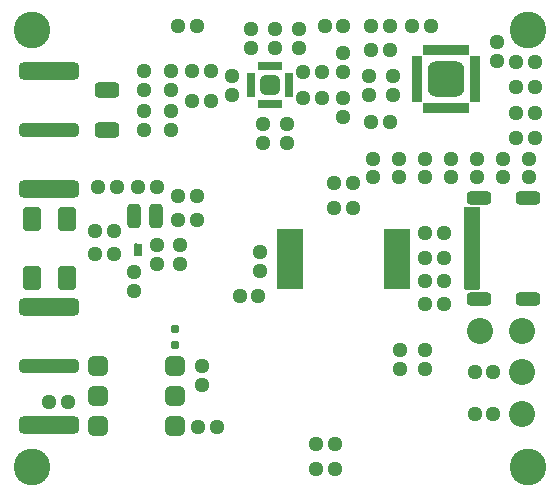
<source format=gts>
G04*
G04 #@! TF.GenerationSoftware,Altium Limited,Altium Designer,21.6.4 (81)*
G04*
G04 Layer_Color=8388736*
%FSLAX44Y44*%
%MOMM*%
G71*
G04*
G04 #@! TF.SameCoordinates,D5C97574-E224-4ECB-8EF4-D48BC8F4BA3E*
G04*
G04*
G04 #@! TF.FilePolarity,Negative*
G04*
G01*
G75*
%ADD32R,1.4000X7.0000*%
%ADD33R,0.7000X1.1000*%
%ADD34R,4.0000X0.9000*%
%ADD35R,0.9000X4.0000*%
%ADD36R,4.0000X0.9000*%
%ADD37R,0.9000X4.0000*%
%ADD38R,0.8000X2.0000*%
%ADD39R,2.0000X0.8000*%
%ADD40R,2.2000X5.2000*%
G04:AMPARAMS|DCode=41|XSize=1.304mm|YSize=0.704mm|CornerRadius=0.202mm|HoleSize=0mm|Usage=FLASHONLY|Rotation=180.000|XOffset=0mm|YOffset=0mm|HoleType=Round|Shape=RoundedRectangle|*
%AMROUNDEDRECTD41*
21,1,1.3040,0.3000,0,0,180.0*
21,1,0.9000,0.7040,0,0,180.0*
1,1,0.4040,-0.4500,0.1500*
1,1,0.4040,0.4500,0.1500*
1,1,0.4040,0.4500,-0.1500*
1,1,0.4040,-0.4500,-0.1500*
%
%ADD41ROUNDEDRECTD41*%
G04:AMPARAMS|DCode=42|XSize=1.304mm|YSize=0.404mm|CornerRadius=0.127mm|HoleSize=0mm|Usage=FLASHONLY|Rotation=180.000|XOffset=0mm|YOffset=0mm|HoleType=Round|Shape=RoundedRectangle|*
%AMROUNDEDRECTD42*
21,1,1.3040,0.1500,0,0,180.0*
21,1,1.0500,0.4040,0,0,180.0*
1,1,0.2540,-0.5250,0.0750*
1,1,0.2540,0.5250,0.0750*
1,1,0.2540,0.5250,-0.0750*
1,1,0.2540,-0.5250,-0.0750*
%
%ADD42ROUNDEDRECTD42*%
G04:AMPARAMS|DCode=43|XSize=1.102mm|YSize=1.102mm|CornerRadius=0.301mm|HoleSize=0mm|Usage=FLASHONLY|Rotation=90.000|XOffset=0mm|YOffset=0mm|HoleType=Round|Shape=RoundedRectangle|*
%AMROUNDEDRECTD43*
21,1,1.1020,0.5000,0,0,90.0*
21,1,0.5000,1.1020,0,0,90.0*
1,1,0.6020,0.2500,0.2500*
1,1,0.6020,0.2500,-0.2500*
1,1,0.6020,-0.2500,-0.2500*
1,1,0.6020,-0.2500,0.2500*
%
%ADD43ROUNDEDRECTD43*%
G04:AMPARAMS|DCode=44|XSize=0.702mm|YSize=0.702mm|CornerRadius=0.201mm|HoleSize=0mm|Usage=FLASHONLY|Rotation=270.000|XOffset=0mm|YOffset=0mm|HoleType=Round|Shape=RoundedRectangle|*
%AMROUNDEDRECTD44*
21,1,0.7020,0.3000,0,0,270.0*
21,1,0.3000,0.7020,0,0,270.0*
1,1,0.4020,-0.1500,-0.1500*
1,1,0.4020,-0.1500,0.1500*
1,1,0.4020,0.1500,0.1500*
1,1,0.4020,0.1500,-0.1500*
%
%ADD44ROUNDEDRECTD44*%
G04:AMPARAMS|DCode=45|XSize=0.302mm|YSize=0.302mm|CornerRadius=0.101mm|HoleSize=0mm|Usage=FLASHONLY|Rotation=0.000|XOffset=0mm|YOffset=0mm|HoleType=Round|Shape=RoundedRectangle|*
%AMROUNDEDRECTD45*
21,1,0.3020,0.1000,0,0,0.0*
21,1,0.1000,0.3020,0,0,0.0*
1,1,0.2020,0.0500,-0.0500*
1,1,0.2020,-0.0500,-0.0500*
1,1,0.2020,-0.0500,0.0500*
1,1,0.2020,0.0500,0.0500*
%
%ADD45ROUNDEDRECTD45*%
%ADD46C,0.3020*%
G04:AMPARAMS|DCode=47|XSize=1.702mm|YSize=1.702mm|CornerRadius=0.451mm|HoleSize=0mm|Usage=FLASHONLY|Rotation=0.000|XOffset=0mm|YOffset=0mm|HoleType=Round|Shape=RoundedRectangle|*
%AMROUNDEDRECTD47*
21,1,1.7020,0.8000,0,0,0.0*
21,1,0.8000,1.7020,0,0,0.0*
1,1,0.9020,0.4000,-0.4000*
1,1,0.9020,-0.4000,-0.4000*
1,1,0.9020,-0.4000,0.4000*
1,1,0.9020,0.4000,0.4000*
%
%ADD47ROUNDEDRECTD47*%
G04:AMPARAMS|DCode=48|XSize=1.102mm|YSize=1.102mm|CornerRadius=0.301mm|HoleSize=0mm|Usage=FLASHONLY|Rotation=0.000|XOffset=0mm|YOffset=0mm|HoleType=Round|Shape=RoundedRectangle|*
%AMROUNDEDRECTD48*
21,1,1.1020,0.5000,0,0,0.0*
21,1,0.5000,1.1020,0,0,0.0*
1,1,0.6020,0.2500,-0.2500*
1,1,0.6020,-0.2500,-0.2500*
1,1,0.6020,-0.2500,0.2500*
1,1,0.6020,0.2500,0.2500*
%
%ADD48ROUNDEDRECTD48*%
G04:AMPARAMS|DCode=49|XSize=0.702mm|YSize=0.352mm|CornerRadius=0.1135mm|HoleSize=0mm|Usage=FLASHONLY|Rotation=0.000|XOffset=0mm|YOffset=0mm|HoleType=Round|Shape=RoundedRectangle|*
%AMROUNDEDRECTD49*
21,1,0.7020,0.1250,0,0,0.0*
21,1,0.4750,0.3520,0,0,0.0*
1,1,0.2270,0.2375,-0.0625*
1,1,0.2270,-0.2375,-0.0625*
1,1,0.2270,-0.2375,0.0625*
1,1,0.2270,0.2375,0.0625*
%
%ADD49ROUNDEDRECTD49*%
G04:AMPARAMS|DCode=50|XSize=0.702mm|YSize=0.352mm|CornerRadius=0.1135mm|HoleSize=0mm|Usage=FLASHONLY|Rotation=270.000|XOffset=0mm|YOffset=0mm|HoleType=Round|Shape=RoundedRectangle|*
%AMROUNDEDRECTD50*
21,1,0.7020,0.1250,0,0,270.0*
21,1,0.4750,0.3520,0,0,270.0*
1,1,0.2270,-0.0625,-0.2375*
1,1,0.2270,-0.0625,0.2375*
1,1,0.2270,0.0625,0.2375*
1,1,0.2270,0.0625,-0.2375*
%
%ADD50ROUNDEDRECTD50*%
G04:AMPARAMS|DCode=51|XSize=3.102mm|YSize=3.102mm|CornerRadius=0.801mm|HoleSize=0mm|Usage=FLASHONLY|Rotation=90.000|XOffset=0mm|YOffset=0mm|HoleType=Round|Shape=RoundedRectangle|*
%AMROUNDEDRECTD51*
21,1,3.1020,1.5000,0,0,90.0*
21,1,1.5000,3.1020,0,0,90.0*
1,1,1.6020,0.7500,0.7500*
1,1,1.6020,0.7500,-0.7500*
1,1,1.6020,-0.7500,-0.7500*
1,1,1.6020,-0.7500,0.7500*
%
%ADD51ROUNDEDRECTD51*%
G04:AMPARAMS|DCode=52|XSize=0.702mm|YSize=0.402mm|CornerRadius=0.126mm|HoleSize=0mm|Usage=FLASHONLY|Rotation=270.000|XOffset=0mm|YOffset=0mm|HoleType=Round|Shape=RoundedRectangle|*
%AMROUNDEDRECTD52*
21,1,0.7020,0.1500,0,0,270.0*
21,1,0.4500,0.4020,0,0,270.0*
1,1,0.2520,-0.0750,-0.2250*
1,1,0.2520,-0.0750,0.2250*
1,1,0.2520,0.0750,0.2250*
1,1,0.2520,0.0750,-0.2250*
%
%ADD52ROUNDEDRECTD52*%
G04:AMPARAMS|DCode=53|XSize=0.702mm|YSize=0.402mm|CornerRadius=0.126mm|HoleSize=0mm|Usage=FLASHONLY|Rotation=180.000|XOffset=0mm|YOffset=0mm|HoleType=Round|Shape=RoundedRectangle|*
%AMROUNDEDRECTD53*
21,1,0.7020,0.1500,0,0,180.0*
21,1,0.4500,0.4020,0,0,180.0*
1,1,0.2520,-0.2250,0.0750*
1,1,0.2520,0.2250,0.0750*
1,1,0.2520,0.2250,-0.0750*
1,1,0.2520,-0.2250,-0.0750*
%
%ADD53ROUNDEDRECTD53*%
G04:AMPARAMS|DCode=54|XSize=1.302mm|YSize=2.102mm|CornerRadius=0.351mm|HoleSize=0mm|Usage=FLASHONLY|Rotation=90.000|XOffset=0mm|YOffset=0mm|HoleType=Round|Shape=RoundedRectangle|*
%AMROUNDEDRECTD54*
21,1,1.3020,1.4000,0,0,90.0*
21,1,0.6000,2.1020,0,0,90.0*
1,1,0.7020,0.7000,0.3000*
1,1,0.7020,0.7000,-0.3000*
1,1,0.7020,-0.7000,-0.3000*
1,1,0.7020,-0.7000,0.3000*
%
%ADD54ROUNDEDRECTD54*%
G04:AMPARAMS|DCode=55|XSize=2.102mm|YSize=1.602mm|CornerRadius=0.426mm|HoleSize=0mm|Usage=FLASHONLY|Rotation=270.000|XOffset=0mm|YOffset=0mm|HoleType=Round|Shape=RoundedRectangle|*
%AMROUNDEDRECTD55*
21,1,2.1020,0.7500,0,0,270.0*
21,1,1.2500,1.6020,0,0,270.0*
1,1,0.8520,-0.3750,-0.6250*
1,1,0.8520,-0.3750,0.6250*
1,1,0.8520,0.3750,0.6250*
1,1,0.8520,0.3750,-0.6250*
%
%ADD55ROUNDEDRECTD55*%
G04:AMPARAMS|DCode=56|XSize=2.102mm|YSize=1.102mm|CornerRadius=0.301mm|HoleSize=0mm|Usage=FLASHONLY|Rotation=90.000|XOffset=0mm|YOffset=0mm|HoleType=Round|Shape=RoundedRectangle|*
%AMROUNDEDRECTD56*
21,1,2.1020,0.5000,0,0,90.0*
21,1,1.5000,1.1020,0,0,90.0*
1,1,0.6020,0.2500,0.7500*
1,1,0.6020,0.2500,-0.7500*
1,1,0.6020,-0.2500,-0.7500*
1,1,0.6020,-0.2500,0.7500*
%
%ADD56ROUNDEDRECTD56*%
G04:AMPARAMS|DCode=57|XSize=5.102mm|YSize=1.502mm|CornerRadius=0.401mm|HoleSize=0mm|Usage=FLASHONLY|Rotation=0.000|XOffset=0mm|YOffset=0mm|HoleType=Round|Shape=RoundedRectangle|*
%AMROUNDEDRECTD57*
21,1,5.1020,0.7000,0,0,0.0*
21,1,4.3000,1.5020,0,0,0.0*
1,1,0.8020,2.1500,-0.3500*
1,1,0.8020,-2.1500,-0.3500*
1,1,0.8020,-2.1500,0.3500*
1,1,0.8020,2.1500,0.3500*
%
%ADD57ROUNDEDRECTD57*%
G04:AMPARAMS|DCode=58|XSize=5.102mm|YSize=1.102mm|CornerRadius=0.301mm|HoleSize=0mm|Usage=FLASHONLY|Rotation=0.000|XOffset=0mm|YOffset=0mm|HoleType=Round|Shape=RoundedRectangle|*
%AMROUNDEDRECTD58*
21,1,5.1020,0.5000,0,0,0.0*
21,1,4.5000,1.1020,0,0,0.0*
1,1,0.6020,2.2500,-0.2500*
1,1,0.6020,-2.2500,-0.2500*
1,1,0.6020,-2.2500,0.2500*
1,1,0.6020,2.2500,0.2500*
%
%ADD58ROUNDEDRECTD58*%
G04:AMPARAMS|DCode=59|XSize=2.102mm|YSize=0.502mm|CornerRadius=0.151mm|HoleSize=0mm|Usage=FLASHONLY|Rotation=180.000|XOffset=0mm|YOffset=0mm|HoleType=Round|Shape=RoundedRectangle|*
%AMROUNDEDRECTD59*
21,1,2.1020,0.2000,0,0,180.0*
21,1,1.8000,0.5020,0,0,180.0*
1,1,0.3020,-0.9000,0.1000*
1,1,0.3020,0.9000,0.1000*
1,1,0.3020,0.9000,-0.1000*
1,1,0.3020,-0.9000,-0.1000*
%
%ADD59ROUNDEDRECTD59*%
G04:AMPARAMS|DCode=60|XSize=2.104mm|YSize=1.104mm|CornerRadius=0.302mm|HoleSize=0mm|Usage=FLASHONLY|Rotation=180.000|XOffset=0mm|YOffset=0mm|HoleType=Round|Shape=RoundedRectangle|*
%AMROUNDEDRECTD60*
21,1,2.1040,0.5000,0,0,180.0*
21,1,1.5000,1.1040,0,0,180.0*
1,1,0.6040,-0.7500,0.2500*
1,1,0.6040,0.7500,0.2500*
1,1,0.6040,0.7500,-0.2500*
1,1,0.6040,-0.7500,-0.2500*
%
%ADD60ROUNDEDRECTD60*%
%ADD61C,2.2100*%
%ADD62C,3.1020*%
D32*
X388000Y200000D02*
D03*
D33*
X105000Y199000D02*
D03*
D34*
X366000Y368000D02*
D03*
D35*
X390499Y343500D02*
D03*
D36*
X365999Y319000D02*
D03*
D37*
X341500Y343500D02*
D03*
D38*
X201000Y338000D02*
D03*
X233000D02*
D03*
D39*
X217000Y322000D02*
D03*
X217000Y354000D02*
D03*
D40*
X324000Y190750D02*
D03*
X234000D02*
D03*
D41*
X388000Y224000D02*
D03*
Y232000D02*
D03*
Y168000D02*
D03*
Y176000D02*
D03*
D42*
Y182500D02*
D03*
Y187500D02*
D03*
Y217500D02*
D03*
Y212500D02*
D03*
Y207500D02*
D03*
Y202500D02*
D03*
Y197500D02*
D03*
Y192500D02*
D03*
D43*
X155000Y388000D02*
D03*
X139000Y388000D02*
D03*
X390000Y95000D02*
D03*
X406000D02*
D03*
X390000Y60000D02*
D03*
X406000D02*
D03*
X353000Y388000D02*
D03*
X337000D02*
D03*
X272000Y13000D02*
D03*
X256000D02*
D03*
X441000Y358000D02*
D03*
X425000D02*
D03*
X441000Y337000D02*
D03*
X425000D02*
D03*
X441000Y315000D02*
D03*
X425000D02*
D03*
X441000Y293000D02*
D03*
X425000D02*
D03*
X172000Y49000D02*
D03*
X156000D02*
D03*
X30000Y70000D02*
D03*
X46000D02*
D03*
X261000Y327000D02*
D03*
X245000D02*
D03*
X261000Y349000D02*
D03*
X245000D02*
D03*
X167000Y350000D02*
D03*
X151000D02*
D03*
X167000Y325000D02*
D03*
X151000D02*
D03*
X271000Y255000D02*
D03*
X287000D02*
D03*
X271000Y234000D02*
D03*
X287000D02*
D03*
X348000Y213000D02*
D03*
X364000D02*
D03*
X348000Y192000D02*
D03*
X364000D02*
D03*
X121000Y252000D02*
D03*
X105000D02*
D03*
X272000Y34000D02*
D03*
X256000D02*
D03*
X279000Y388000D02*
D03*
X263000D02*
D03*
X302000D02*
D03*
X318000D02*
D03*
X302000Y307000D02*
D03*
X318000D02*
D03*
X302000Y368000D02*
D03*
X318000D02*
D03*
X87000Y252000D02*
D03*
X71000D02*
D03*
X139000Y244000D02*
D03*
X155000D02*
D03*
X139000Y224000D02*
D03*
X155000D02*
D03*
X85000Y195000D02*
D03*
X69000D02*
D03*
X85000Y215000D02*
D03*
X69000D02*
D03*
X348000Y172000D02*
D03*
X364000D02*
D03*
X207000Y160000D02*
D03*
X191000D02*
D03*
X348000Y153000D02*
D03*
X364000D02*
D03*
D44*
X136000Y132000D02*
D03*
Y118000D02*
D03*
D45*
X103000Y203000D02*
D03*
D46*
Y199000D02*
D03*
X107000Y203000D02*
D03*
Y199000D02*
D03*
X103000Y195000D02*
D03*
X107000D02*
D03*
D47*
X136000Y100000D02*
D03*
Y74600D02*
D03*
Y49200D02*
D03*
X71000D02*
D03*
Y74600D02*
D03*
Y100000D02*
D03*
X217000Y338000D02*
D03*
D48*
X326000Y260000D02*
D03*
Y276000D02*
D03*
X159000Y84000D02*
D03*
Y100000D02*
D03*
X436000Y260000D02*
D03*
Y276000D02*
D03*
X414000Y260000D02*
D03*
Y276000D02*
D03*
X392000Y260000D02*
D03*
Y276000D02*
D03*
X370000Y260000D02*
D03*
Y276000D02*
D03*
X348000Y260000D02*
D03*
Y276000D02*
D03*
X304000Y260000D02*
D03*
Y276000D02*
D03*
X133000Y334000D02*
D03*
Y350000D02*
D03*
X110000Y300000D02*
D03*
Y316000D02*
D03*
X185000Y346000D02*
D03*
Y330000D02*
D03*
X133000Y316000D02*
D03*
Y300000D02*
D03*
X348000Y114000D02*
D03*
Y98000D02*
D03*
X327000Y114000D02*
D03*
Y98000D02*
D03*
X321000Y346000D02*
D03*
Y330000D02*
D03*
X301000Y346000D02*
D03*
Y330000D02*
D03*
X409000Y359000D02*
D03*
Y375000D02*
D03*
X211000Y289000D02*
D03*
Y305000D02*
D03*
X231000Y289000D02*
D03*
Y305000D02*
D03*
X110000Y334000D02*
D03*
Y350000D02*
D03*
X279000Y349000D02*
D03*
Y365000D02*
D03*
Y327000D02*
D03*
Y311000D02*
D03*
X201000Y386000D02*
D03*
Y370000D02*
D03*
X221000Y386000D02*
D03*
Y370000D02*
D03*
X241000Y386000D02*
D03*
Y370000D02*
D03*
X102000Y164000D02*
D03*
Y180000D02*
D03*
X121000Y203000D02*
D03*
Y187000D02*
D03*
X141000Y203000D02*
D03*
Y187000D02*
D03*
X208000Y197000D02*
D03*
X208000Y181000D02*
D03*
D49*
X341000Y326000D02*
D03*
Y331000D02*
D03*
Y336000D02*
D03*
Y341000D02*
D03*
Y346000D02*
D03*
Y351000D02*
D03*
Y356000D02*
D03*
Y361000D02*
D03*
X391000D02*
D03*
Y356000D02*
D03*
Y351000D02*
D03*
Y346000D02*
D03*
Y341000D02*
D03*
Y336000D02*
D03*
Y331000D02*
D03*
Y326000D02*
D03*
D50*
X348500Y368500D02*
D03*
X353500D02*
D03*
X358500D02*
D03*
X363500D02*
D03*
X368500D02*
D03*
X373500D02*
D03*
X378500D02*
D03*
X383500D02*
D03*
X383500Y318500D02*
D03*
X378500D02*
D03*
X373500D02*
D03*
X368500D02*
D03*
X363500D02*
D03*
X358500D02*
D03*
X353500D02*
D03*
X348500D02*
D03*
D51*
X366000Y343500D02*
D03*
D52*
X209500Y354000D02*
D03*
X214500D02*
D03*
X219500D02*
D03*
X224500D02*
D03*
Y322000D02*
D03*
X219500D02*
D03*
X214500D02*
D03*
X209500D02*
D03*
D53*
X233000Y345500D02*
D03*
Y340500D02*
D03*
Y335500D02*
D03*
Y330500D02*
D03*
X201000Y335500D02*
D03*
Y330500D02*
D03*
Y340500D02*
D03*
Y345500D02*
D03*
D54*
X79000Y300000D02*
D03*
Y334000D02*
D03*
D55*
X45000Y175000D02*
D03*
X15000D02*
D03*
Y225000D02*
D03*
X45000D02*
D03*
D56*
X120000Y227000D02*
D03*
X102000D02*
D03*
D57*
X30000Y150000D02*
D03*
Y50000D02*
D03*
Y350000D02*
D03*
Y250000D02*
D03*
D58*
Y100000D02*
D03*
Y300000D02*
D03*
D59*
X324000Y168000D02*
D03*
Y174500D02*
D03*
Y181000D02*
D03*
Y187500D02*
D03*
Y194000D02*
D03*
Y200500D02*
D03*
Y207000D02*
D03*
Y213500D02*
D03*
X234000D02*
D03*
Y207000D02*
D03*
Y200500D02*
D03*
Y194000D02*
D03*
Y187500D02*
D03*
Y181000D02*
D03*
Y174500D02*
D03*
Y168000D02*
D03*
D60*
X394000Y157000D02*
D03*
Y243000D02*
D03*
X435000Y157000D02*
D03*
Y243000D02*
D03*
D61*
X430000Y95000D02*
D03*
Y60000D02*
D03*
X395000Y130000D02*
D03*
X430000D02*
D03*
D62*
X15000Y15000D02*
D03*
Y385000D02*
D03*
X435000Y15000D02*
D03*
Y385000D02*
D03*
M02*

</source>
